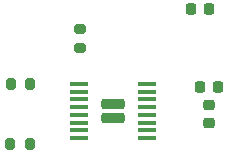
<source format=gbr>
%TF.GenerationSoftware,KiCad,Pcbnew,7.0.10*%
%TF.CreationDate,2024-02-14T05:56:45+09:00*%
%TF.ProjectId,drv8833,64727638-3833-4332-9e6b-696361645f70,rev?*%
%TF.SameCoordinates,Original*%
%TF.FileFunction,Paste,Top*%
%TF.FilePolarity,Positive*%
%FSLAX46Y46*%
G04 Gerber Fmt 4.6, Leading zero omitted, Abs format (unit mm)*
G04 Created by KiCad (PCBNEW 7.0.10) date 2024-02-14 05:56:45*
%MOMM*%
%LPD*%
G01*
G04 APERTURE LIST*
G04 Aperture macros list*
%AMRoundRect*
0 Rectangle with rounded corners*
0 $1 Rounding radius*
0 $2 $3 $4 $5 $6 $7 $8 $9 X,Y pos of 4 corners*
0 Add a 4 corners polygon primitive as box body*
4,1,4,$2,$3,$4,$5,$6,$7,$8,$9,$2,$3,0*
0 Add four circle primitives for the rounded corners*
1,1,$1+$1,$2,$3*
1,1,$1+$1,$4,$5*
1,1,$1+$1,$6,$7*
1,1,$1+$1,$8,$9*
0 Add four rect primitives between the rounded corners*
20,1,$1+$1,$2,$3,$4,$5,0*
20,1,$1+$1,$4,$5,$6,$7,0*
20,1,$1+$1,$6,$7,$8,$9,0*
20,1,$1+$1,$8,$9,$2,$3,0*%
G04 Aperture macros list end*
%ADD10RoundRect,0.200000X0.275000X-0.200000X0.275000X0.200000X-0.275000X0.200000X-0.275000X-0.200000X0*%
%ADD11RoundRect,0.200000X0.200000X0.275000X-0.200000X0.275000X-0.200000X-0.275000X0.200000X-0.275000X0*%
%ADD12RoundRect,0.225000X-0.225000X-0.250000X0.225000X-0.250000X0.225000X0.250000X-0.225000X0.250000X0*%
%ADD13RoundRect,0.232500X-0.757500X-0.232500X0.757500X-0.232500X0.757500X0.232500X-0.757500X0.232500X0*%
%ADD14RoundRect,0.100000X-0.687500X-0.100000X0.687500X-0.100000X0.687500X0.100000X-0.687500X0.100000X0*%
%ADD15RoundRect,0.225000X-0.250000X0.225000X-0.250000X-0.225000X0.250000X-0.225000X0.250000X0.225000X0*%
G04 APERTURE END LIST*
D10*
%TO.C,R1*%
X114808000Y-63055000D03*
X114808000Y-61405000D03*
%TD*%
D11*
%TO.C,R2*%
X110553000Y-71120000D03*
X108903000Y-71120000D03*
%TD*%
D12*
%TO.C,C2*%
X124193000Y-59690000D03*
X125743000Y-59690000D03*
%TD*%
D13*
%TO.C,U1*%
X117590000Y-67770000D03*
X117590000Y-68930000D03*
D14*
X114727500Y-66075000D03*
X114727500Y-66725000D03*
X114727500Y-67375000D03*
X114727500Y-68025000D03*
X114727500Y-68675000D03*
X114727500Y-69325000D03*
X114727500Y-69975000D03*
X114727500Y-70625000D03*
X120452500Y-70625000D03*
X120452500Y-69975000D03*
X120452500Y-69325000D03*
X120452500Y-68675000D03*
X120452500Y-68025000D03*
X120452500Y-67375000D03*
X120452500Y-66725000D03*
X120452500Y-66075000D03*
%TD*%
D15*
%TO.C,C3*%
X125730000Y-67818000D03*
X125730000Y-69368000D03*
%TD*%
D12*
%TO.C,C1*%
X124955000Y-66294000D03*
X126505000Y-66294000D03*
%TD*%
D11*
%TO.C,R3*%
X110616000Y-66040000D03*
X108966000Y-66040000D03*
%TD*%
M02*

</source>
